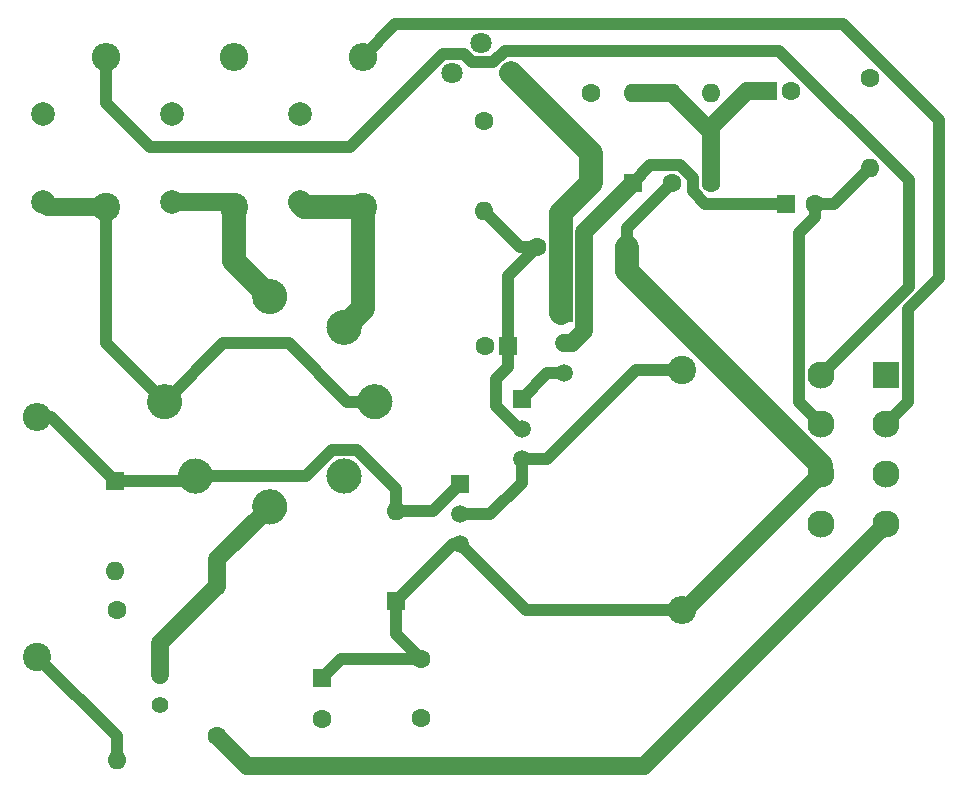
<source format=gbr>
%TF.GenerationSoftware,KiCad,Pcbnew,(5.1.12)-1*%
%TF.CreationDate,2022-10-14T12:22:32-06:00*%
%TF.ProjectId,SE30-Grayscale,53453330-2d47-4726-9179-7363616c652e,rev?*%
%TF.SameCoordinates,Original*%
%TF.FileFunction,Copper,L2,Bot*%
%TF.FilePolarity,Positive*%
%FSLAX46Y46*%
G04 Gerber Fmt 4.6, Leading zero omitted, Abs format (unit mm)*
G04 Created by KiCad (PCBNEW (5.1.12)-1) date 2022-10-14 12:22:32*
%MOMM*%
%LPD*%
G01*
G04 APERTURE LIST*
%TA.AperFunction,ComponentPad*%
%ADD10R,1.500000X1.500000*%
%TD*%
%TA.AperFunction,ComponentPad*%
%ADD11C,1.500000*%
%TD*%
%TA.AperFunction,ComponentPad*%
%ADD12R,2.300000X2.300000*%
%TD*%
%TA.AperFunction,ComponentPad*%
%ADD13C,2.300000*%
%TD*%
%TA.AperFunction,ComponentPad*%
%ADD14C,1.800000*%
%TD*%
%TA.AperFunction,ComponentPad*%
%ADD15O,2.400000X2.400000*%
%TD*%
%TA.AperFunction,ComponentPad*%
%ADD16C,2.400000*%
%TD*%
%TA.AperFunction,ComponentPad*%
%ADD17O,1.600000X1.600000*%
%TD*%
%TA.AperFunction,ComponentPad*%
%ADD18C,1.600000*%
%TD*%
%TA.AperFunction,ComponentPad*%
%ADD19R,1.600000X1.600000*%
%TD*%
%TA.AperFunction,ComponentPad*%
%ADD20C,1.400000*%
%TD*%
%TA.AperFunction,ComponentPad*%
%ADD21C,2.000000*%
%TD*%
%TA.AperFunction,Conductor*%
%ADD22C,1.000000*%
%TD*%
%TA.AperFunction,Conductor*%
%ADD23C,1.500000*%
%TD*%
%TA.AperFunction,Conductor*%
%ADD24C,2.000000*%
%TD*%
G04 APERTURE END LIST*
D10*
%TO.P,Q2,1*%
%TO.N,Net-(D1-Pad1)*%
X143002000Y-90678000D03*
D11*
%TO.P,Q2,3*%
%TO.N,Net-(C6-Pad2)*%
X143002000Y-95758000D03*
%TO.P,Q2,2*%
%TO.N,Net-(Q1-Pad3)*%
X143002000Y-93218000D03*
%TD*%
D10*
%TO.P,Q1,1*%
%TO.N,Net-(Q1-Pad1)*%
X148209000Y-83439000D03*
D11*
%TO.P,Q1,3*%
%TO.N,Net-(Q1-Pad3)*%
X148209000Y-88519000D03*
%TO.P,Q1,2*%
%TO.N,Net-(C5-Pad1)*%
X148209000Y-85979000D03*
%TD*%
D12*
%TO.P,J1,1*%
%TO.N,Net-(J1-Pad1)*%
X179070000Y-81407000D03*
D13*
%TO.P,J1,3*%
%TO.N,Net-(J1-Pad3)*%
X179070000Y-85606999D03*
%TO.P,J1,5*%
%TO.N,Earth*%
X179070000Y-89806998D03*
%TO.P,J1,7*%
%TO.N,Net-(J1-Pad7)*%
X179070000Y-94006998D03*
%TO.P,J1,2*%
%TO.N,Net-(J1-Pad2)*%
X173570001Y-81407000D03*
%TO.P,J1,4*%
%TO.N,Net-(C4-Pad2)*%
X173570001Y-85606999D03*
%TO.P,J1,6*%
%TO.N,Net-(C6-Pad2)*%
X173570001Y-89806998D03*
%TO.P,J1,8*%
%TO.N,Earth*%
X173570001Y-94006998D03*
%TD*%
%TO.P,V1,4*%
%TO.N,Earth*%
%TA.AperFunction,ComponentPad*%
G36*
G01*
X134226910Y-88925590D02*
X134226910Y-88925590D01*
G75*
G02*
X134226910Y-91046910I-1060660J-1060660D01*
G01*
X134226910Y-91046910D01*
G75*
G02*
X132105590Y-91046910I-1060660J1060660D01*
G01*
X132105590Y-91046910D01*
G75*
G02*
X132105590Y-88925590I1060660J1060660D01*
G01*
X132105590Y-88925590D01*
G75*
G02*
X134226910Y-88925590I1060660J-1060660D01*
G01*
G37*
%TD.AperFunction*%
%TO.P,V1,5*%
%TO.N,Net-(C1-Pad2)*%
%TA.AperFunction,ComponentPad*%
G36*
G01*
X136833660Y-82632340D02*
X136833660Y-82632340D01*
G75*
G02*
X136833660Y-84753660I-1060660J-1060660D01*
G01*
X136833660Y-84753660D01*
G75*
G02*
X134712340Y-84753660I-1060660J1060660D01*
G01*
X134712340Y-84753660D01*
G75*
G02*
X134712340Y-82632340I1060660J1060660D01*
G01*
X134712340Y-82632340D01*
G75*
G02*
X136833660Y-82632340I1060660J-1060660D01*
G01*
G37*
%TD.AperFunction*%
%TO.P,V1,6*%
%TO.N,Net-(C3-Pad2)*%
%TA.AperFunction,ComponentPad*%
G36*
G01*
X134226910Y-76339090D02*
X134226910Y-76339090D01*
G75*
G02*
X134226910Y-78460410I-1060660J-1060660D01*
G01*
X134226910Y-78460410D01*
G75*
G02*
X132105590Y-78460410I-1060660J1060660D01*
G01*
X132105590Y-78460410D01*
G75*
G02*
X132105590Y-76339090I1060660J1060660D01*
G01*
X132105590Y-76339090D01*
G75*
G02*
X134226910Y-76339090I1060660J-1060660D01*
G01*
G37*
%TD.AperFunction*%
%TO.P,V1,7*%
%TO.N,Net-(C2-Pad2)*%
%TA.AperFunction,ComponentPad*%
G36*
G01*
X127933660Y-73732340D02*
X127933660Y-73732340D01*
G75*
G02*
X127933660Y-75853660I-1060660J-1060660D01*
G01*
X127933660Y-75853660D01*
G75*
G02*
X125812340Y-75853660I-1060660J1060660D01*
G01*
X125812340Y-75853660D01*
G75*
G02*
X125812340Y-73732340I1060660J1060660D01*
G01*
X125812340Y-73732340D01*
G75*
G02*
X127933660Y-73732340I1060660J-1060660D01*
G01*
G37*
%TD.AperFunction*%
%TO.P,V1,1*%
%TO.N,Net-(C1-Pad2)*%
%TA.AperFunction,ComponentPad*%
G36*
G01*
X119033660Y-82632340D02*
X119033660Y-82632340D01*
G75*
G02*
X119033660Y-84753660I-1060660J-1060660D01*
G01*
X119033660Y-84753660D01*
G75*
G02*
X116912340Y-84753660I-1060660J1060660D01*
G01*
X116912340Y-84753660D01*
G75*
G02*
X116912340Y-82632340I1060660J1060660D01*
G01*
X116912340Y-82632340D01*
G75*
G02*
X119033660Y-82632340I1060660J-1060660D01*
G01*
G37*
%TD.AperFunction*%
%TO.P,V1,2*%
%TO.N,Net-(D1-Pad1)*%
%TA.AperFunction,ComponentPad*%
G36*
G01*
X121640410Y-88925590D02*
X121640410Y-88925590D01*
G75*
G02*
X121640410Y-91046910I-1060660J-1060660D01*
G01*
X121640410Y-91046910D01*
G75*
G02*
X119519090Y-91046910I-1060660J1060660D01*
G01*
X119519090Y-91046910D01*
G75*
G02*
X119519090Y-88925590I1060660J1060660D01*
G01*
X119519090Y-88925590D01*
G75*
G02*
X121640410Y-88925590I1060660J-1060660D01*
G01*
G37*
%TD.AperFunction*%
%TO.P,V1,3*%
%TO.N,Net-(C7-Pad2)*%
%TA.AperFunction,ComponentPad*%
G36*
G01*
X127933660Y-91532340D02*
X127933660Y-91532340D01*
G75*
G02*
X127933660Y-93653660I-1060660J-1060660D01*
G01*
X127933660Y-93653660D01*
G75*
G02*
X125812340Y-93653660I-1060660J1060660D01*
G01*
X125812340Y-93653660D01*
G75*
G02*
X125812340Y-91532340I1060660J1060660D01*
G01*
X125812340Y-91532340D01*
G75*
G02*
X127933660Y-91532340I1060660J-1060660D01*
G01*
G37*
%TD.AperFunction*%
%TD*%
D14*
%TO.P,RV1,3*%
%TO.N,Net-(Q3-Pad1)*%
X147280000Y-55840000D03*
%TO.P,RV1,1*%
%TO.N,Earth*%
X142280000Y-55840000D03*
%TO.P,RV1,2*%
X144780000Y-53340000D03*
%TD*%
D15*
%TO.P,R11,2*%
%TO.N,Net-(J1-Pad1)*%
X123825000Y-54483000D03*
D16*
%TO.P,R11,1*%
%TO.N,Net-(C2-Pad2)*%
X123825000Y-67183000D03*
%TD*%
D15*
%TO.P,R10,2*%
%TO.N,Net-(J1-Pad3)*%
X134747000Y-54483000D03*
D16*
%TO.P,R10,1*%
%TO.N,Net-(C3-Pad2)*%
X134747000Y-67183000D03*
%TD*%
D15*
%TO.P,R9,2*%
%TO.N,Net-(J1-Pad2)*%
X113030000Y-54483000D03*
D16*
%TO.P,R9,1*%
%TO.N,Net-(C1-Pad2)*%
X113030000Y-67183000D03*
%TD*%
D17*
%TO.P,R8,2*%
%TO.N,Net-(C5-Pad1)*%
X145034000Y-67564000D03*
D18*
%TO.P,R8,1*%
%TO.N,Earth*%
X145034000Y-59944000D03*
%TD*%
D17*
%TO.P,R7,2*%
%TO.N,Net-(C8-Pad1)*%
X160909000Y-57531000D03*
D18*
%TO.P,R7,1*%
%TO.N,Net-(C6-Pad2)*%
X160909000Y-65151000D03*
%TD*%
D17*
%TO.P,R6,2*%
%TO.N,Net-(C6-Pad2)*%
X157099000Y-70612000D03*
D18*
%TO.P,R6,1*%
%TO.N,Net-(C5-Pad1)*%
X149479000Y-70612000D03*
%TD*%
D17*
%TO.P,R5,2*%
%TO.N,Earth*%
X164211000Y-57531000D03*
D18*
%TO.P,R5,1*%
%TO.N,Net-(C8-Pad1)*%
X164211000Y-65151000D03*
%TD*%
D17*
%TO.P,R4,2*%
%TO.N,Net-(C4-Pad2)*%
X177673000Y-63881000D03*
D18*
%TO.P,R4,1*%
%TO.N,Earth*%
X177673000Y-56261000D03*
%TD*%
D17*
%TO.P,R3,2*%
%TO.N,Net-(Q3-Pad1)*%
X154051000Y-65151000D03*
D18*
%TO.P,R3,1*%
%TO.N,Earth*%
X154051000Y-57531000D03*
%TD*%
D15*
%TO.P,R2,2*%
%TO.N,Net-(D1-Pad1)*%
X107188000Y-84963000D03*
D16*
%TO.P,R2,1*%
%TO.N,Net-(L1-Pad2)*%
X107188000Y-105283000D03*
%TD*%
D15*
%TO.P,R1,2*%
%TO.N,Net-(C6-Pad2)*%
X161798000Y-101346000D03*
D16*
%TO.P,R1,1*%
%TO.N,Net-(Q1-Pad3)*%
X161798000Y-81026000D03*
%TD*%
D10*
%TO.P,Q3,1*%
%TO.N,Net-(Q3-Pad1)*%
X151765000Y-76200000D03*
D11*
%TO.P,Q3,3*%
%TO.N,Net-(Q1-Pad1)*%
X151765000Y-81280000D03*
%TO.P,Q3,2*%
%TO.N,Net-(C4-Pad1)*%
X151765000Y-78740000D03*
%TD*%
D17*
%TO.P,L2,2*%
%TO.N,Net-(C7-Pad2)*%
X122428000Y-99314000D03*
D18*
%TO.P,L2,1*%
%TO.N,Net-(J1-Pad7)*%
X122428000Y-112014000D03*
%TD*%
D17*
%TO.P,L1,2*%
%TO.N,Net-(L1-Pad2)*%
X113919000Y-114046000D03*
D18*
%TO.P,L1,1*%
%TO.N,Earth*%
X113919000Y-101346000D03*
%TD*%
D17*
%TO.P,D3,2*%
%TO.N,Net-(D1-Pad1)*%
X137541000Y-92964000D03*
D19*
%TO.P,D3,1*%
%TO.N,Net-(C6-Pad2)*%
X137541000Y-100584000D03*
%TD*%
D17*
%TO.P,D2,2*%
%TO.N,Net-(C8-Pad1)*%
X157607000Y-57531000D03*
D19*
%TO.P,D2,1*%
%TO.N,Net-(C4-Pad1)*%
X157607000Y-65151000D03*
%TD*%
D17*
%TO.P,D1,2*%
%TO.N,Earth*%
X113792000Y-98044000D03*
D19*
%TO.P,D1,1*%
%TO.N,Net-(D1-Pad1)*%
X113792000Y-90424000D03*
%TD*%
D18*
%TO.P,C9,2*%
%TO.N,Earth*%
X131318000Y-110561000D03*
D19*
%TO.P,C9,1*%
%TO.N,Net-(C6-Pad2)*%
X131318000Y-107061000D03*
%TD*%
D18*
%TO.P,C8,2*%
%TO.N,Earth*%
X171037000Y-57404000D03*
D19*
%TO.P,C8,1*%
%TO.N,Net-(C8-Pad1)*%
X169037000Y-57404000D03*
%TD*%
D20*
%TO.P,C7,2*%
%TO.N,Net-(C7-Pad2)*%
X117602000Y-106847000D03*
%TO.P,C7,1*%
%TO.N,Earth*%
X117602000Y-109347000D03*
%TD*%
D18*
%TO.P,C6,2*%
%TO.N,Net-(C6-Pad2)*%
X139700000Y-105490000D03*
%TO.P,C6,1*%
%TO.N,Earth*%
X139700000Y-110490000D03*
%TD*%
%TO.P,C5,2*%
%TO.N,Earth*%
X145066000Y-78994000D03*
D19*
%TO.P,C5,1*%
%TO.N,Net-(C5-Pad1)*%
X147066000Y-78994000D03*
%TD*%
D18*
%TO.P,C4,2*%
%TO.N,Net-(C4-Pad2)*%
X173061000Y-66929000D03*
D19*
%TO.P,C4,1*%
%TO.N,Net-(C4-Pad1)*%
X170561000Y-66929000D03*
%TD*%
D21*
%TO.P,C3,2*%
%TO.N,Net-(C3-Pad2)*%
X129413000Y-66809000D03*
%TO.P,C3,1*%
%TO.N,Earth*%
X129413000Y-59309000D03*
%TD*%
%TO.P,C2,2*%
%TO.N,Net-(C2-Pad2)*%
X118618000Y-66809000D03*
%TO.P,C2,1*%
%TO.N,Earth*%
X118618000Y-59309000D03*
%TD*%
%TO.P,C1,2*%
%TO.N,Net-(C1-Pad2)*%
X107696000Y-66809000D03*
%TO.P,C1,1*%
%TO.N,Earth*%
X107696000Y-59309000D03*
%TD*%
D22*
%TO.N,Net-(C1-Pad2)*%
X113030000Y-78750000D02*
X117973000Y-83693000D01*
X113030000Y-67183000D02*
X113030000Y-78750000D01*
X117973000Y-83693000D02*
X122926000Y-78740000D01*
X133441118Y-83693000D02*
X135773000Y-83693000D01*
X128488118Y-78740000D02*
X133441118Y-83693000D01*
X122926000Y-78740000D02*
X128488118Y-78740000D01*
D23*
X108070000Y-67183000D02*
X107696000Y-66809000D01*
X113030000Y-67183000D02*
X108070000Y-67183000D01*
D24*
%TO.N,Net-(C2-Pad2)*%
X123825000Y-71745000D02*
X126873000Y-74793000D01*
X123825000Y-67183000D02*
X123825000Y-71745000D01*
D23*
X123451000Y-66809000D02*
X123825000Y-67183000D01*
X118618000Y-66809000D02*
X123451000Y-66809000D01*
D24*
%TO.N,Net-(C3-Pad2)*%
X134747000Y-75819000D02*
X133166250Y-77399750D01*
X134747000Y-67183000D02*
X134747000Y-75819000D01*
X129787000Y-67183000D02*
X129413000Y-66809000D01*
X134747000Y-67183000D02*
X129787000Y-67183000D01*
D22*
%TO.N,Net-(C4-Pad2)*%
X171720000Y-69401370D02*
X173061000Y-68060370D01*
X173061000Y-68060370D02*
X173061000Y-66929000D01*
X171720000Y-83756998D02*
X171720000Y-69401370D01*
X173570001Y-85606999D02*
X171720000Y-83756998D01*
X174625000Y-66929000D02*
X177673000Y-63881000D01*
X173061000Y-66929000D02*
X174625000Y-66929000D01*
D23*
%TO.N,Net-(C4-Pad1)*%
X152435002Y-78740000D02*
X151765000Y-78740000D01*
X153465001Y-77710001D02*
X152435002Y-78740000D01*
X153465001Y-69292999D02*
X153465001Y-77710001D01*
X157607000Y-65151000D02*
X153465001Y-69292999D01*
D22*
X163768998Y-66929000D02*
X170561000Y-66929000D01*
X162710999Y-65871001D02*
X163768998Y-66929000D01*
X162710999Y-64732997D02*
X162710999Y-65871001D01*
X161629001Y-63650999D02*
X162710999Y-64732997D01*
X159107001Y-63650999D02*
X161629001Y-63650999D01*
X157607000Y-65151000D02*
X159107001Y-63650999D01*
%TO.N,Net-(C5-Pad1)*%
X147066000Y-80794000D02*
X147066000Y-78994000D01*
X146050000Y-81810000D02*
X147066000Y-80794000D01*
X146050000Y-84040002D02*
X146050000Y-81810000D01*
X147988998Y-85979000D02*
X146050000Y-84040002D01*
X147066000Y-73025000D02*
X149479000Y-70612000D01*
X147066000Y-78994000D02*
X147066000Y-73025000D01*
X148082000Y-70612000D02*
X145034000Y-67564000D01*
X149479000Y-70612000D02*
X148082000Y-70612000D01*
%TO.N,Net-(C6-Pad2)*%
X148590000Y-101346000D02*
X143002000Y-95758000D01*
X161798000Y-101346000D02*
X148590000Y-101346000D01*
X142367000Y-95758000D02*
X137541000Y-100584000D01*
X143002000Y-95758000D02*
X142367000Y-95758000D01*
X137541000Y-103331000D02*
X139700000Y-105490000D01*
X137541000Y-100584000D02*
X137541000Y-103331000D01*
X132889000Y-105490000D02*
X131318000Y-107061000D01*
X139700000Y-105490000D02*
X132889000Y-105490000D01*
D23*
X162030999Y-101346000D02*
X161798000Y-101346000D01*
X173570001Y-89806998D02*
X162030999Y-101346000D01*
X157148991Y-70612000D02*
X157099000Y-70612000D01*
D22*
X157099000Y-68961000D02*
X160909000Y-65151000D01*
X157099000Y-70612000D02*
X157099000Y-68961000D01*
D24*
X173570001Y-89085001D02*
X173570001Y-89806998D01*
X157099000Y-72614000D02*
X173570001Y-89085001D01*
X157099000Y-70612000D02*
X157099000Y-72614000D01*
D23*
%TO.N,Net-(C7-Pad2)*%
X117602000Y-104140000D02*
X122428000Y-99314000D01*
X117602000Y-106847000D02*
X117602000Y-104140000D01*
X122428000Y-97038000D02*
X126873000Y-92593000D01*
X122428000Y-99314000D02*
X122428000Y-97038000D01*
%TO.N,Net-(C8-Pad1)*%
X164211000Y-60833000D02*
X160909000Y-57531000D01*
X164211000Y-65151000D02*
X164211000Y-60833000D01*
X160909000Y-57531000D02*
X157607000Y-57531000D01*
X164211000Y-60833000D02*
X164211000Y-60452000D01*
X167259000Y-57404000D02*
X169037000Y-57404000D01*
X164211000Y-60452000D02*
X167259000Y-57404000D01*
D22*
%TO.N,Net-(D1-Pad1)*%
X108331000Y-84963000D02*
X113792000Y-90424000D01*
X107188000Y-84963000D02*
X108331000Y-84963000D01*
X120142000Y-90424000D02*
X120579750Y-89986250D01*
X113792000Y-90424000D02*
X120142000Y-90424000D01*
X137541000Y-91104998D02*
X137541000Y-92964000D01*
X132110249Y-87786249D02*
X134222251Y-87786249D01*
X129910248Y-89986250D02*
X132110249Y-87786249D01*
X134222251Y-87786249D02*
X137541000Y-91104998D01*
X120579750Y-89986250D02*
X129910248Y-89986250D01*
X140716000Y-92964000D02*
X143002000Y-90678000D01*
X137541000Y-92964000D02*
X140716000Y-92964000D01*
%TO.N,Net-(J1-Pad2)*%
X145811997Y-54940001D02*
X146776998Y-53975000D01*
X144011999Y-54940001D02*
X145811997Y-54940001D01*
X143311997Y-54239999D02*
X144011999Y-54940001D01*
X141511999Y-54239999D02*
X143311997Y-54239999D01*
X133648998Y-62103000D02*
X141511999Y-54239999D01*
X116713000Y-62103000D02*
X133648998Y-62103000D01*
X113030000Y-58420000D02*
X116713000Y-62103000D01*
X180975000Y-74002001D02*
X173570001Y-81407000D01*
X113030000Y-54483000D02*
X113030000Y-58420000D01*
X180975000Y-64962998D02*
X180975000Y-74002001D01*
X169987002Y-53975000D02*
X180975000Y-64962998D01*
X146776998Y-53975000D02*
X169987002Y-53975000D01*
%TO.N,Net-(J1-Pad3)*%
X180920001Y-75852997D02*
X180920001Y-83756998D01*
X183515000Y-73257998D02*
X180920001Y-75852997D01*
X180920001Y-83756998D02*
X179070000Y-85606999D01*
X134747000Y-54483000D02*
X137490001Y-51739999D01*
X183515000Y-59882998D02*
X183515000Y-73257998D01*
X175372001Y-51739999D02*
X183515000Y-59882998D01*
X137490001Y-51739999D02*
X175372001Y-51739999D01*
%TO.N,Net-(J1-Pad7)*%
X122682000Y-112268000D02*
X122682000Y-111927000D01*
D23*
X179070000Y-94006998D02*
X158522998Y-114554000D01*
X124968000Y-114554000D02*
X122428000Y-112014000D01*
X158522998Y-114554000D02*
X124968000Y-114554000D01*
D22*
%TO.N,Net-(L1-Pad2)*%
X113919000Y-112014000D02*
X107188000Y-105283000D01*
X113919000Y-114046000D02*
X113919000Y-112014000D01*
%TO.N,Net-(Q1-Pad1)*%
X150368000Y-81280000D02*
X148209000Y-83439000D01*
X151765000Y-81280000D02*
X150368000Y-81280000D01*
%TO.N,Net-(Q1-Pad3)*%
X148209000Y-90551000D02*
X145542000Y-93218000D01*
X148209000Y-88519000D02*
X148209000Y-90551000D01*
X157848002Y-81026000D02*
X161798000Y-81026000D01*
X150355002Y-88519000D02*
X157848002Y-81026000D01*
X148209000Y-88519000D02*
X150355002Y-88519000D01*
X145542000Y-93218000D02*
X143002000Y-93218000D01*
D24*
%TO.N,Net-(Q3-Pad1)*%
X151514991Y-67687009D02*
X151514991Y-76200000D01*
X154051000Y-65151000D02*
X151514991Y-67687009D01*
X154051000Y-62611000D02*
X147298087Y-55858087D01*
X154051000Y-65151000D02*
X154051000Y-62611000D01*
%TD*%
M02*

</source>
